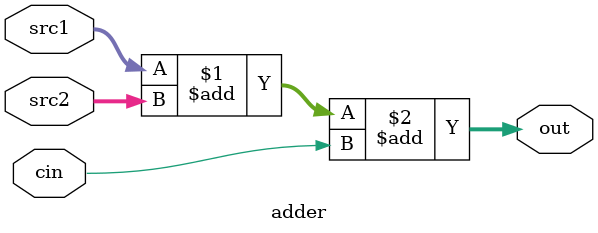
<source format=sv>
module adder (src1, src2, cin, out);

  parameter SRC_WIDTH = 32;                                 // Size of input
  parameter OUT_WIDTH = 32;                                 // Size of output
  
  input [SRC_WIDTH - 1 : 0] src1;                           // inputs to adder
  input [SRC_WIDTH - 1 : 0] src2;                     
  input cin;                                                // carry in to adder for subtraction
  output [OUT_WIDTH - 1 : 0] out;                           // output
  
  // add sub for 2's comp
  assign out = src1 + src2 + cin;
  
endmodule

</source>
